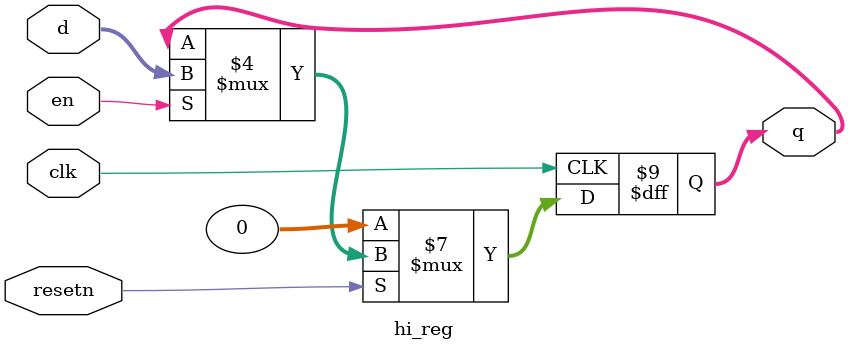
<source format=v>
`define VAL 31
`define WIDTH 32
`define NUMREGS 32
`define LOG2NUMREGS 5
`define PC_WIDTH 30
`define I_DATAWIDTH 32
`define I_ADDRESSWIDTH 14
`define I_SIZE 16384
`define D_ADDRESSWIDTH 32
`define DM_DATAWIDTH 32
`define DM_BYTEENAWIDTH 4
`define DM_ADDRESSWIDTH 10
`define DM_SIZE 16384
`define     OP_SPECIAL       6'b000000
`define     OP_REGIMM        6'b000001
`define     OP_J             6'b000010
`define     OP_JAL           6'b000011
`define     OP_BEQ           6'b000100
`define     OP_BNE           6'b000101
`define     OP_BLEZ          6'b000110
`define     OP_BGTZ          6'b000111
`define     OP_ADDI          6'b001000
`define     OP_ADDIU         6'b001001
`define     OP_SLTI          6'b001010
`define     OP_SLTIU         6'b001011
`define     OP_ANDI          6'b001100
`define     OP_ORI           6'b001101
`define     OP_XORI          6'b001110
`define     OP_LUI           6'b001111
`define     OP_LB            6'b100000
`define     OP_LH            6'b100001
`define     OP_LWL           6'b100010
`define     OP_LW            6'b100011
`define     OP_LBU           6'b100100
`define     OP_LHU           6'b100101
`define     OP_LWR           6'b100110
`define     OP_SB            6'b101100
`define     OP_SH            6'b101101
`define     OP_SWL           6'b101010
`define     OP_SW            6'b101111
`define     OP_SWR           6'b101110
`define     FUNC_SLL         6'b000000
`define     FUNC_SRL         6'b000010
`define     FUNC_SRA         6'b000011
`define     FUNC_SLLV        6'b000100
`define     FUNC_SRLV        6'b000110
`define     FUNC_SRAV        6'b000111
`define     FUNC_JR          6'b001110
`define     FUNC_JALR        6'b001111
`define     FUNC_MFHI        6'b110100
`define     FUNC_MTHI        6'b110101
`define     FUNC_MFLO        6'b110110
`define     FUNC_MTLO        6'b110111
`define     FUNC_MULT        6'b111100
`define     FUNC_MULTU       6'b111101
`define     FUNC_DIV         6'b111110
`define     FUNC_DIVU        6'b111111
`define     FUNC_ADD         6'b100000
`define     FUNC_ADDU        6'b100001
`define     FUNC_SUB         6'b100010
`define     FUNC_SUBU        6'b100011
`define     FUNC_AND         6'b100100
`define     FUNC_OR          6'b100101
`define     FUNC_XOR         6'b100110
`define     FUNC_NOR         6'b100111
`define     FUNC_SLT         6'b101010
`define     FUNC_SLTU        6'b101011
`define     FUNC_BLTZ        1'b0
`define     FUNC_BGEZ        1'b1
`define     OP_COP2        6'b010010
`define     COP2_FUNC_CFC2      6'b111000
`define     COP2_FUNC_CTC2      6'b111010
`define     COP2_FUNC_MTC2      6'b111011
`define     FUNC_BLTZ        5'b00000
`define     FUNC_BGEZ        5'b00001
`define     FUNC_BLTZAL      5'b10000
`define     FUNC_BGEZAL      5'b10001
`define SIMULATION_MEMORY
//`define WIDTH 32
//`define WIDTH 32
//`define WIDTH 32
//`define WIDTH 32
//`define WIDTH 32
//`define WIDTH 32
//`define WIDTH 32
//`define WIDTH 32
//`define WIDTH 32
//`define WIDTH 32
//`define WIDTH 32
//`define WIDTH 32

module hi_reg(
	clk,
	resetn,
	d,
	en,
	q
);

//parameter WIDTH=32;


input clk;
input resetn;
input en;
input [31:0] d;
output [31:0] q;
reg [31:0] q;

always @(posedge clk )		//used to be asynchronous reset
begin
	if (resetn==0)
		q<=0;
	else if (en==1)
		q<=d;
end

endmodule

</source>
